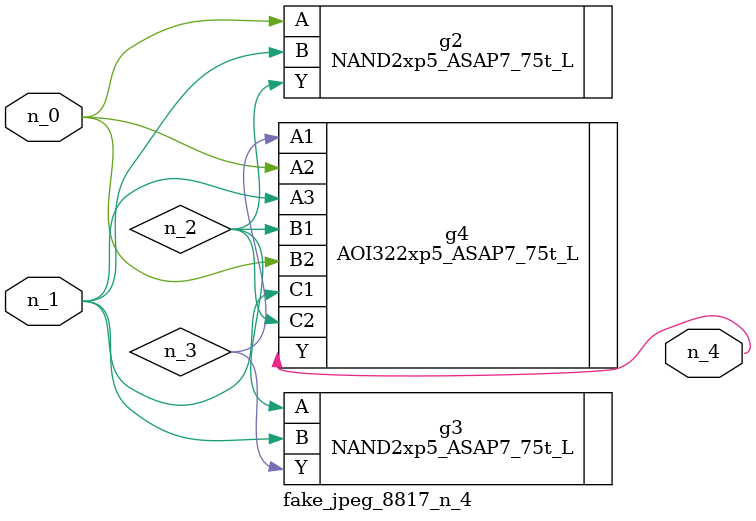
<source format=v>
module fake_jpeg_8817_n_4 (n_0, n_1, n_4);

input n_0;
input n_1;

output n_4;

wire n_2;
wire n_3;

NAND2xp5_ASAP7_75t_L g2 ( 
.A(n_0),
.B(n_1),
.Y(n_2)
);

NAND2xp5_ASAP7_75t_L g3 ( 
.A(n_2),
.B(n_1),
.Y(n_3)
);

AOI322xp5_ASAP7_75t_L g4 ( 
.A1(n_3),
.A2(n_0),
.A3(n_1),
.B1(n_2),
.B2(n_0),
.C1(n_1),
.C2(n_2),
.Y(n_4)
);


endmodule
</source>
